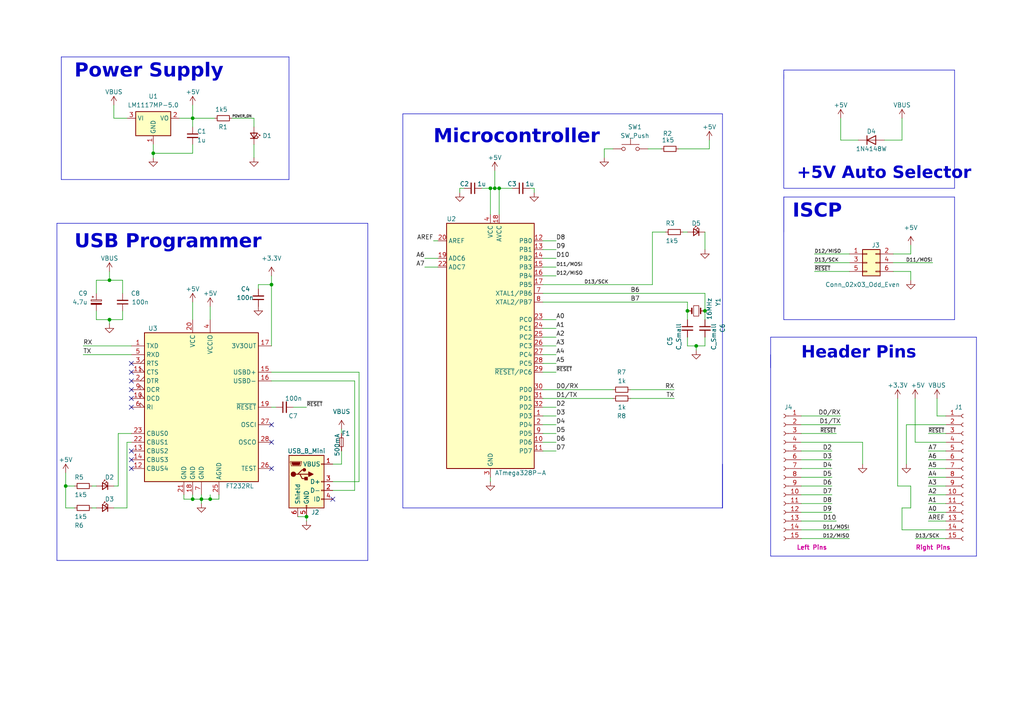
<source format=kicad_sch>
(kicad_sch (version 20230121) (generator eeschema)
  (paper "A4")
  (title_block (title "Arduino Nano") (company "Bandar Abbas") (comment 1 "Implementation of Arduino Nano schematic diagram"))
  (lib_symbols
    (symbol "Connector:Conn_01x15_Socket" (pin_names (offset 1.016) hide)
      (property "Reference" "J" (at 0 20.32 0))
      (property "Value" "Conn_01x15_Socket" (at 0 -20.32 0))
      (symbol "Conn_01x15_Socket_1_1"
        (arc (start 0 -17.272) (mid -0.5058 -17.78) (end 0 -18.288) (stroke (width 0.1524)))
        (arc (start 0 -14.732) (mid -0.5058 -15.24) (end 0 -15.748) (stroke (width 0.1524)))
        (arc (start 0 -12.192) (mid -0.5058 -12.7) (end 0 -13.208) (stroke (width 0.1524)))
        (arc (start 0 -9.652) (mid -0.5058 -10.16) (end 0 -10.668) (stroke (width 0.1524)))
        (arc (start 0 -7.112) (mid -0.5058 -7.62) (end 0 -8.128) (stroke (width 0.1524)))
        (arc (start 0 -4.572) (mid -0.5058 -5.08) (end 0 -5.588) (stroke (width 0.1524)))
        (arc (start 0 -2.032) (mid -0.5058 -2.54) (end 0 -3.048) (stroke (width 0.1524)))
        (polyline (pts (xy -1.27 -17.78) (xy -0.508 -17.78)) (stroke (width 0.1524)))
        (polyline (pts (xy -1.27 -15.24) (xy -0.508 -15.24)) (stroke (width 0.1524)))
        (polyline (pts (xy -1.27 -12.7) (xy -0.508 -12.7)) (stroke (width 0.1524)))
        (polyline (pts (xy -1.27 -10.16) (xy -0.508 -10.16)) (stroke (width 0.1524)))
        (polyline (pts (xy -1.27 -7.62) (xy -0.508 -7.62)) (stroke (width 0.1524)))
        (polyline (pts (xy -1.27 -5.08) (xy -0.508 -5.08)) (stroke (width 0.1524)))
        (polyline (pts (xy -1.27 -2.54) (xy -0.508 -2.54)) (stroke (width 0.1524)))
        (polyline (pts (xy -1.27 0) (xy -0.508 0)) (stroke (width 0.1524)))
        (polyline (pts (xy -1.27 2.54) (xy -0.508 2.54)) (stroke (width 0.1524)))
        (polyline (pts (xy -1.27 5.08) (xy -0.508 5.08)) (stroke (width 0.1524)))
        (polyline (pts (xy -1.27 7.62) (xy -0.508 7.62)) (stroke (width 0.1524)))
        (polyline (pts (xy -1.27 10.16) (xy -0.508 10.16)) (stroke (width 0.1524)))
        (polyline (pts (xy -1.27 12.7) (xy -0.508 12.7)) (stroke (width 0.1524)))
        (polyline (pts (xy -1.27 15.24) (xy -0.508 15.24)) (stroke (width 0.1524)))
        (polyline (pts (xy -1.27 17.78) (xy -0.508 17.78)) (stroke (width 0.1524)))
        (arc (start 0 0.508) (mid -0.5058 0) (end 0 -0.508) (stroke (width 0.1524)))
        (arc (start 0 3.048) (mid -0.5058 2.54) (end 0 2.032) (stroke (width 0.1524)))
        (arc (start 0 5.588) (mid -0.5058 5.08) (end 0 4.572) (stroke (width 0.1524)))
        (arc (start 0 8.128) (mid -0.5058 7.62) (end 0 7.112) (stroke (width 0.1524)))
        (arc (start 0 10.668) (mid -0.5058 10.16) (end 0 9.652) (stroke (width 0.1524)))
        (arc (start 0 13.208) (mid -0.5058 12.7) (end 0 12.192) (stroke (width 0.1524)))
        (arc (start 0 15.748) (mid -0.5058 15.24) (end 0 14.732) (stroke (width 0.1524)))
        (arc (start 0 18.288) (mid -0.5058 17.78) (end 0 17.272) (stroke (width 0.1524)))
        (pin passive line (at -5.08 17.78 0) (length 3.81) (name "Pin_1") (number "1"))
        (pin passive line (at -5.08 -5.08 0) (length 3.81) (name "Pin_10") (number "10"))
        (pin passive line (at -5.08 -7.62 0) (length 3.81) (name "Pin_11") (number "11"))
        (pin passive line (at -5.08 -10.16 0) (length 3.81) (name "Pin_12") (number "12"))
        (pin passive line (at -5.08 -12.7 0) (length 3.81) (name "Pin_13") (number "13"))
        (pin passive line (at -5.08 -15.24 0) (length 3.81) (name "Pin_14") (number "14"))
        (pin passive line (at -5.08 -17.78 0) (length 3.81) (name "Pin_15") (number "15"))
        (pin passive line (at -5.08 15.24 0) (length 3.81) (name "Pin_2") (number "2"))
        (pin passive line (at -5.08 12.7 0) (length 3.81) (name "Pin_3") (number "3"))
        (pin passive line (at -5.08 10.16 0) (length 3.81) (name "Pin_4") (number "4"))
        (pin passive line (at -5.08 7.62 0) (length 3.81) (name "Pin_5") (number "5"))
        (pin passive line (at -5.08 5.08 0) (length 3.81) (name "Pin_6") (number "6"))
        (pin passive line (at -5.08 2.54 0) (length 3.81) (name "Pin_7") (number "7"))
        (pin passive line (at -5.08 0 0) (length 3.81) (name "Pin_8") (number "8"))
        (pin passive line (at -5.08 -2.54 0) (length 3.81) (name "Pin_9") (number "9"))
      )
    )
    (symbol "Connector:USB_B_Mini" (pin_names (offset 1.016))
      (property "Reference" "J" (at -5.08 11.43 0))
      (property "Value" "USB_B_Mini" (at -5.08 8.89 0))
      (symbol "USB_B_Mini_0_1"
        (rectangle (start -5.08 -7.62) (end 5.08 7.62) (stroke (width 0.254)) (fill (type background)))
        (circle (center -3.81 2.159) (radius 0.635) (stroke (width 0.254)) (fill (type outline)))
        (circle (center -0.635 3.429) (radius 0.381) (stroke (width 0.254)) (fill (type outline)))
        (rectangle (start -0.127 -7.62) (end 0.127 -6.858))
        (polyline (pts (xy -1.905 2.159) (xy 0.635 2.159)) (stroke (width 0.254)))
        (polyline (pts (xy -3.175 2.159) (xy -2.54 2.159) (xy -1.27 3.429) (xy -0.635 3.429)) (stroke (width 0.254)))
        (polyline (pts (xy -2.54 2.159) (xy -1.905 2.159) (xy -1.27 0.889) (xy 0 0.889)) (stroke (width 0.254)))
        (polyline (pts (xy 0.635 2.794) (xy 0.635 1.524) (xy 1.905 2.159) (xy 0.635 2.794)) (stroke (width 0.254)) (fill (type outline)))
        (polyline (pts (xy -4.318 5.588) (xy -1.778 5.588) (xy -2.032 4.826) (xy -4.064 4.826) (xy -4.318 5.588)) (fill (type outline)))
        (polyline (pts (xy -4.699 5.842) (xy -4.699 5.588) (xy -4.445 4.826) (xy -4.445 4.572) (xy -1.651 4.572) (xy -1.651 4.826) (xy -1.397 5.588) (xy -1.397 5.842) (xy -4.699 5.842)))
        (rectangle (start 0.254 1.27) (end -0.508 0.508) (stroke (width 0.254)) (fill (type outline)))
        (rectangle (start 5.08 -5.207) (end 4.318 -4.953))
        (rectangle (start 5.08 -2.667) (end 4.318 -2.413))
        (rectangle (start 5.08 -0.127) (end 4.318 0.127))
        (rectangle (start 5.08 4.953) (end 4.318 5.207))
      )
      (symbol "USB_B_Mini_1_1"
        (pin power_out line (at 7.62 5.08 180) (length 2.54) (name "VBUS") (number "1"))
        (pin bidirectional line (at 7.62 -2.54 180) (length 2.54) (name "D-") (number "2"))
        (pin bidirectional line (at 7.62 0 180) (length 2.54) (name "D+") (number "3"))
        (pin passive line (at 7.62 -5.08 180) (length 2.54) (name "ID") (number "4"))
        (pin power_out line (at 0 -10.16 90) (length 2.54) (name "GND") (number "5"))
        (pin passive line (at -2.54 -10.16 90) (length 2.54) (name "Shield") (number "6"))
      )
    )
    (symbol "Connector_Generic:Conn_02x03_Odd_Even" (pin_names (offset 1.016) hide)
      (property "Reference" "J" (at 1.27 5.08 0))
      (property "Value" "Conn_02x03_Odd_Even" (at 1.27 -5.08 0))
      (symbol "Conn_02x03_Odd_Even_1_1"
        (rectangle (start -1.27 -2.413) (end 0 -2.667) (stroke (width 0.1524)))
        (rectangle (start -1.27 0.127) (end 0 -0.127) (stroke (width 0.1524)))
        (rectangle (start -1.27 2.667) (end 0 2.413) (stroke (width 0.1524)))
        (rectangle (start -1.27 3.81) (end 3.81 -3.81) (stroke (width 0.254)) (fill (type background)))
        (rectangle (start 3.81 -2.413) (end 2.54 -2.667) (stroke (width 0.1524)))
        (rectangle (start 3.81 0.127) (end 2.54 -0.127) (stroke (width 0.1524)))
        (rectangle (start 3.81 2.667) (end 2.54 2.413) (stroke (width 0.1524)))
        (pin passive line (at -5.08 2.54 0) (length 3.81) (name "Pin_1") (number "1"))
        (pin passive line (at 7.62 2.54 180) (length 3.81) (name "Pin_2") (number "2"))
        (pin passive line (at -5.08 0 0) (length 3.81) (name "Pin_3") (number "3"))
        (pin passive line (at 7.62 0 180) (length 3.81) (name "Pin_4") (number "4"))
        (pin passive line (at -5.08 -2.54 0) (length 3.81) (name "Pin_5") (number "5"))
        (pin passive line (at 7.62 -2.54 180) (length 3.81) (name "Pin_6") (number "6"))
      )
    )
    (symbol "Device:C_Polarized_Small" (pin_numbers hide) (pin_names (offset 0.254) hide)
      (property "Reference" "C" (at 0.254 1.778 0))
      (property "Value" "C_Polarized_Small" (at 0.254 -2.032 0))
      (symbol "C_Polarized_Small_0_1"
        (rectangle (start -1.524 -0.3048) (end 1.524 -0.6858) (fill (type outline)))
        (rectangle (start -1.524 0.6858) (end 1.524 0.3048))
        (polyline (pts (xy -1.27 1.524) (xy -0.762 1.524)))
        (polyline (pts (xy -1.016 1.27) (xy -1.016 1.778)))
      )
      (symbol "C_Polarized_Small_1_1"
        (pin passive line (at 0 2.54 270) (length 1.8542) (name "~") (number "1"))
        (pin passive line (at 0 -2.54 90) (length 1.8542) (name "~") (number "2"))
      )
    )
    (symbol "Device:C_Small" (pin_numbers hide) (pin_names (offset 0.254) hide)
      (property "Reference" "C" (at 0.254 1.778 0))
      (property "Value" "C_Small" (at 0.254 -2.032 0))
      (symbol "C_Small_0_1"
        (polyline (pts (xy -1.524 -0.508) (xy 1.524 -0.508)) (stroke (width 0.3302)))
        (polyline (pts (xy -1.524 0.508) (xy 1.524 0.508)) (stroke (width 0.3048)))
      )
      (symbol "C_Small_1_1"
        (pin passive line (at 0 2.54 270) (length 2.032) (name "~") (number "1"))
        (pin passive line (at 0 -2.54 90) (length 2.032) (name "~") (number "2"))
      )
    )
    (symbol "Device:Crystal_Small" (pin_numbers hide) (pin_names (offset 1.016) hide)
      (property "Reference" "Y" (at 0 2.54 0))
      (property "Value" "Crystal_Small" (at 0 -2.54 0))
      (symbol "Crystal_Small_0_1"
        (rectangle (start -0.762 -1.524) (end 0.762 1.524))
        (polyline (pts (xy -1.27 -0.762) (xy -1.27 0.762)) (stroke (width 0.381)))
        (polyline (pts (xy 1.27 -0.762) (xy 1.27 0.762)) (stroke (width 0.381)))
      )
      (symbol "Crystal_Small_1_1"
        (pin passive line (at -2.54 0 0) (length 1.27) (name "1") (number "1"))
        (pin passive line (at 2.54 0 180) (length 1.27) (name "2") (number "2"))
      )
    )
    (symbol "Device:Fuse_Small" (pin_numbers hide) (pin_names (offset 0.254) hide)
      (property "Reference" "F" (at 0 -1.524 0))
      (property "Value" "Fuse_Small" (at 0 1.524 0))
      (symbol "Fuse_Small_0_1"
        (rectangle (start -1.27 0.508) (end 1.27 -0.508))
        (polyline (pts (xy -1.27 0) (xy 1.27 0)))
      )
      (symbol "Fuse_Small_1_1"
        (pin passive line (at -2.54 0 0) (length 1.27) (name "~") (number "1"))
        (pin passive line (at 2.54 0 180) (length 1.27) (name "~") (number "2"))
      )
    )
    (symbol "Device:LED_Small" (pin_numbers hide) (pin_names (offset 0.254) hide)
      (property "Reference" "D" (at -1.27 3.175 0))
      (property "Value" "LED_Small" (at -4.445 -2.54 0))
      (symbol "LED_Small_0_1"
        (polyline (pts (xy -0.762 -1.016) (xy -0.762 1.016)) (stroke (width 0.254)))
        (polyline (pts (xy 1.016 0) (xy -0.762 0)))
        (polyline (pts (xy 0.762 -1.016) (xy -0.762 0) (xy 0.762 1.016) (xy 0.762 -1.016)) (stroke (width 0.254)))
        (polyline (pts (xy 0 0.762) (xy -0.508 1.27) (xy -0.254 1.27) (xy -0.508 1.27) (xy -0.508 1.016)))
        (polyline (pts (xy 0.508 1.27) (xy 0 1.778) (xy 0.254 1.778) (xy 0 1.778) (xy 0 1.524)))
      )
      (symbol "LED_Small_1_1"
        (pin passive line (at -2.54 0 0) (length 1.778) (name "K") (number "1"))
        (pin passive line (at 2.54 0 180) (length 1.778) (name "A") (number "2"))
      )
    )
    (symbol "Device:R_Small" (pin_numbers hide) (pin_names (offset 0.254) hide)
      (property "Reference" "R" (at 0.762 0.508 0))
      (property "Value" "R_Small" (at 0.762 -1.016 0))
      (symbol "R_Small_0_1"
        (rectangle (start -0.762 1.778) (end 0.762 -1.778) (stroke (width 0.2032)))
      )
      (symbol "R_Small_1_1"
        (pin passive line (at 0 2.54 270) (length 0.762) (name "~") (number "1"))
        (pin passive line (at 0 -2.54 90) (length 0.762) (name "~") (number "2"))
      )
    )
    (symbol "Diode:1N4148W" (pin_numbers hide) (pin_names hide)
      (property "Reference" "D" (at 0 2.54 0))
      (property "Value" "1N4148W" (at 0 -2.54 0))
      (symbol "1N4148W_0_1"
        (polyline (pts (xy -1.27 1.27) (xy -1.27 -1.27)) (stroke (width 0.254)))
        (polyline (pts (xy 1.27 0) (xy -1.27 0)))
        (polyline (pts (xy 1.27 1.27) (xy 1.27 -1.27) (xy -1.27 0) (xy 1.27 1.27)) (stroke (width 0.254)))
      )
      (symbol "1N4148W_1_1"
        (pin passive line (at -3.81 0 0) (length 2.54) (name "K") (number "1"))
        (pin passive line (at 3.81 0 180) (length 2.54) (name "A") (number "2"))
      )
    )
    (symbol "Interface_USB:FT232RL"
      (property "Reference" "U" (at -16.51 22.86 0))
      (property "Value" "FT232RL" (at 10.16 22.86 0))
      (symbol "FT232RL_0_1"
        (rectangle (start -16.51 21.59) (end 16.51 -21.59) (stroke (width 0.254)) (fill (type background)))
      )
      (symbol "FT232RL_1_1"
        (pin output line (at 20.32 17.78 180) (length 3.81) (name "TXD") (number "1"))
        (pin input input_low (at 20.32 2.54 180) (length 3.81) (name "DCD") (number "10"))
        (pin input input_low (at 20.32 10.16 180) (length 3.81) (name "CTS") (number "11"))
        (pin bidirectional line (at 20.32 -17.78 180) (length 3.81) (name "CBUS4") (number "12"))
        (pin bidirectional line (at 20.32 -12.7 180) (length 3.81) (name "CBUS2") (number "13"))
        (pin bidirectional line (at 20.32 -15.24 180) (length 3.81) (name "CBUS3") (number "14"))
        (pin bidirectional line (at -20.32 10.16 0) (length 3.81) (name "USBD+") (number "15"))
        (pin bidirectional line (at -20.32 7.62 0) (length 3.81) (name "USBD-") (number "16"))
        (pin power_out line (at -20.32 17.78 0) (length 3.81) (name "3V3OUT") (number "17"))
        (pin power_in line (at 2.54 -25.4 90) (length 3.81) (name "GND") (number "18"))
        (pin input line (at -20.32 0 0) (length 3.81) (name "~{RESET}") (number "19"))
        (pin output output_low (at 20.32 7.62 180) (length 3.81) (name "DTR") (number "2"))
        (pin power_in line (at 2.54 25.4 270) (length 3.81) (name "VCC") (number "20"))
        (pin power_in line (at 5.08 -25.4 90) (length 3.81) (name "GND") (number "21"))
        (pin bidirectional line (at 20.32 -10.16 180) (length 3.81) (name "CBUS1") (number "22"))
        (pin bidirectional line (at 20.32 -7.62 180) (length 3.81) (name "CBUS0") (number "23"))
        (pin power_in line (at -5.08 -25.4 90) (length 3.81) (name "AGND") (number "25"))
        (pin input line (at -20.32 -17.78 0) (length 3.81) (name "TEST") (number "26"))
        (pin input line (at -20.32 -5.08 0) (length 3.81) (name "OSCI") (number "27"))
        (pin output line (at -20.32 -10.16 0) (length 3.81) (name "OSCO") (number "28"))
        (pin output output_low (at 20.32 12.7 180) (length 3.81) (name "RTS") (number "3"))
        (pin power_in line (at -2.54 25.4 270) (length 3.81) (name "VCCIO") (number "4"))
        (pin input line (at 20.32 15.24 180) (length 3.81) (name "RXD") (number "5"))
        (pin input input_low (at 20.32 0 180) (length 3.81) (name "RI") (number "6"))
        (pin power_in line (at 0 -25.4 90) (length 3.81) (name "GND") (number "7"))
        (pin input input_low (at 20.32 5.08 180) (length 3.81) (name "DCR") (number "9"))
      )
    )
    (symbol "MCU_Microchip_ATmega:ATmega328P-A"
      (property "Reference" "U" (at -12.7 36.83 0))
      (property "Value" "ATmega328P-A" (at 2.54 -36.83 0))
      (symbol "ATmega328P-A_0_1"
        (rectangle (start -12.7 -35.56) (end 12.7 35.56) (stroke (width 0.254)) (fill (type background)))
      )
      (symbol "ATmega328P-A_1_1"
        (pin bidirectional line (at 15.24 -20.32 180) (length 2.54) (name "PD3") (number "1"))
        (pin bidirectional line (at 15.24 -27.94 180) (length 2.54) (name "PD6") (number "10"))
        (pin bidirectional line (at 15.24 -30.48 180) (length 2.54) (name "PD7") (number "11"))
        (pin bidirectional line (at 15.24 30.48 180) (length 2.54) (name "PB0") (number "12"))
        (pin bidirectional line (at 15.24 27.94 180) (length 2.54) (name "PB1") (number "13"))
        (pin bidirectional line (at 15.24 25.4 180) (length 2.54) (name "PB2") (number "14"))
        (pin bidirectional line (at 15.24 22.86 180) (length 2.54) (name "PB3") (number "15"))
        (pin bidirectional line (at 15.24 20.32 180) (length 2.54) (name "PB4") (number "16"))
        (pin bidirectional line (at 15.24 17.78 180) (length 2.54) (name "PB5") (number "17"))
        (pin power_in line (at 2.54 38.1 270) (length 2.54) (name "AVCC") (number "18"))
        (pin input line (at -15.24 25.4 0) (length 2.54) (name "ADC6") (number "19"))
        (pin bidirectional line (at 15.24 -22.86 180) (length 2.54) (name "PD4") (number "2"))
        (pin passive line (at -15.24 30.48 0) (length 2.54) (name "AREF") (number "20"))
        (pin passive line (at 0 -38.1 90) (length 2.54) hide (name "GND") (number "21"))
        (pin input line (at -15.24 22.86 0) (length 2.54) (name "ADC7") (number "22"))
        (pin bidirectional line (at 15.24 7.62 180) (length 2.54) (name "PC0") (number "23"))
        (pin bidirectional line (at 15.24 5.08 180) (length 2.54) (name "PC1") (number "24"))
        (pin bidirectional line (at 15.24 2.54 180) (length 2.54) (name "PC2") (number "25"))
        (pin bidirectional line (at 15.24 0 180) (length 2.54) (name "PC3") (number "26"))
        (pin bidirectional line (at 15.24 -2.54 180) (length 2.54) (name "PC4") (number "27"))
        (pin bidirectional line (at 15.24 -5.08 180) (length 2.54) (name "PC5") (number "28"))
        (pin bidirectional line (at 15.24 -7.62 180) (length 2.54) (name "~{RESET}/PC6") (number "29"))
        (pin power_in line (at 0 -38.1 90) (length 2.54) (name "GND") (number "3"))
        (pin bidirectional line (at 15.24 -12.7 180) (length 2.54) (name "PD0") (number "30"))
        (pin bidirectional line (at 15.24 -15.24 180) (length 2.54) (name "PD1") (number "31"))
        (pin bidirectional line (at 15.24 -17.78 180) (length 2.54) (name "PD2") (number "32"))
        (pin power_in line (at 0 38.1 270) (length 2.54) (name "VCC") (number "4"))
        (pin passive line (at 0 -38.1 90) (length 2.54) hide (name "GND") (number "5"))
        (pin passive line (at 0 38.1 270) (length 2.54) hide (name "VCC") (number "6"))
        (pin bidirectional line (at 15.24 15.24 180) (length 2.54) (name "XTAL1/PB6") (number "7"))
        (pin bidirectional line (at 15.24 12.7 180) (length 2.54) (name "XTAL2/PB7") (number "8"))
        (pin bidirectional line (at 15.24 -25.4 180) (length 2.54) (name "PD5") (number "9"))
      )
    )
    (symbol "Regulator_Linear:LM1117MP-5.0"
      (property "Reference" "U" (at -3.81 3.175 0))
      (property "Value" "LM1117MP-5.0" (at 0 3.175 0))
      (symbol "LM1117MP-5.0_0_1"
        (rectangle (start -5.08 -5.08) (end 5.08 1.905) (stroke (width 0.254)) (fill (type background)))
      )
      (symbol "LM1117MP-5.0_1_1"
        (pin power_in line (at 0 -7.62 90) (length 2.54) (name "GND") (number "1"))
        (pin power_out line (at 7.62 0 180) (length 2.54) (name "VO") (number "2"))
        (pin power_in line (at -7.62 0 0) (length 2.54) (name "VI") (number "3"))
      )
    )
    (symbol "Switch:SW_Push" (pin_numbers hide) (pin_names (offset 1.016) hide)
      (property "Reference" "SW" (at 1.27 2.54 0))
      (property "Value" "SW_Push" (at 0 -1.524 0))
      (symbol "SW_Push_0_1"
        (circle (center -2.032 0) (radius 0.508))
        (polyline (pts (xy 0 1.27) (xy 0 3.048)))
        (polyline (pts (xy 2.54 1.27) (xy -2.54 1.27)))
        (circle (center 2.032 0) (radius 0.508))
        (pin passive line (at -5.08 0 0) (length 2.54) (name "1") (number "1"))
        (pin passive line (at 5.08 0 180) (length 2.54) (name "2") (number "2"))
      )
    )
    (symbol "power:+3.3V" (power) (pin_names (offset 0))
      (property "Value" "+3.3V" (at 0 3.556 0))
      (symbol "+3.3V_0_1"
        (polyline (pts (xy -0.762 1.27) (xy 0 2.54)))
        (polyline (pts (xy 0 0) (xy 0 2.54)))
        (polyline (pts (xy 0 2.54) (xy 0.762 1.27)))
      )
      (symbol "+3.3V_1_1"
        (pin power_in line (at 0 0 90) (length 0) hide (name "+3.3V") (number "1"))
      )
    )
    (symbol "power:+5V" (power) (pin_names (offset 0))
      (property "Value" "+5V" (at 0 3.556 0))
      (symbol "+5V_0_1"
        (polyline (pts (xy -0.762 1.27) (xy 0 2.54)))
        (polyline (pts (xy 0 0) (xy 0 2.54)))
        (polyline (pts (xy 0 2.54) (xy 0.762 1.27)))
      )
      (symbol "+5V_1_1"
        (pin power_in line (at 0 0 90) (length 0) hide (name "+5V") (number "1"))
      )
    )
    (symbol "power:GND" (power) (pin_names (offset 0))
      (property "Value" "GND" (at 0 -3.81 0))
      (symbol "GND_0_1"
        (polyline (pts (xy 0 0) (xy 0 -1.27) (xy 1.27 -1.27) (xy 0 -2.54) (xy -1.27 -1.27) (xy 0 -1.27)))
      )
      (symbol "GND_1_1"
        (pin power_in line (at 0 0 270) (length 0) hide (name "GND") (number "1"))
      )
    )
    (symbol "power:VBUS" (power) (pin_names (offset 0))
      (property "Value" "VBUS" (at 0 3.81 0))
      (symbol "VBUS_0_1"
        (polyline (pts (xy -0.762 1.27) (xy 0 2.54)))
        (polyline (pts (xy 0 0) (xy 0 2.54)))
        (polyline (pts (xy 0 2.54) (xy 0.762 1.27)))
      )
      (symbol "VBUS_1_1"
        (pin power_in line (at 0 0 90) (length 0) hide (name "VBUS") (number "1"))
      )
    )
  )
  (junction (at 58.42 144.78))
  (junction (at 31.75 92.71))
  (junction (at 142.24 54.61))
  (junction (at 19.05 140.97))
  (junction (at 199.39 90.17))
  (junction (at 88.9 149.86))
  (junction (at 204.47 90.17))
  (junction (at 78.74 82.55))
  (junction (at 201.93 100.33))
  (junction (at 55.88 144.78))
  (junction (at 143.51 54.61))
  (junction (at 44.45 44.45))
  (junction (at 31.75 81.28))
  (junction (at 144.78 54.61))
  (junction (at 55.88 34.29))
  (junction (at 60.96 144.78))
  (no_connect (at 38.1 118.11))
  (no_connect (at 38.1 107.95))
  (no_connect (at 38.1 130.81))
  (no_connect (at 96.52 144.78))
  (no_connect (at 78.74 135.89))
  (no_connect (at 38.1 133.35))
  (no_connect (at 38.1 113.03))
  (no_connect (at 38.1 110.49))
  (no_connect (at 78.74 123.19))
  (no_connect (at 38.1 135.89))
  (no_connect (at 78.74 128.27))
  (no_connect (at 38.1 105.41))
  (no_connect (at 38.1 115.57))
  (wire (pts (xy 44.45 44.45) (xy 44.45 45.72)))
  (wire (pts (xy 154.94 55.88) (xy 154.94 54.61)))
  (wire (pts (xy 31.75 78.74) (xy 31.75 81.28)))
  (wire (pts (xy 264.16 140.97) (xy 260.35 140.97)))
  (polyline (pts (xy 223.52 97.79) (xy 223.52 106.68)))
  (wire (pts (xy 27.94 140.97) (xy 26.67 140.97)))
  (wire (pts (xy 27.94 81.28) (xy 31.75 81.28)))
  (wire (pts (xy 27.94 81.28) (xy 27.94 85.09)))
  (wire (pts (xy 78.74 82.55) (xy 78.74 100.33)))
  (polyline (pts (xy 223.52 97.79) (xy 283.21 97.79)))
  (wire (pts (xy 189.23 67.31) (xy 189.23 82.55)))
  (polyline (pts (xy 17.78 16.51) (xy 83.82 16.51)))
  (wire (pts (xy 241.3 138.43) (xy 232.41 138.43)))
  (wire (pts (xy 157.48 128.27) (xy 161.29 128.27)))
  (wire (pts (xy 204.47 92.71) (xy 204.47 90.17)))
  (wire (pts (xy 243.84 123.19) (xy 232.41 123.19)))
  (wire (pts (xy 269.24 138.43) (xy 274.32 138.43)))
  (wire (pts (xy 269.24 133.35) (xy 274.32 133.35)))
  (wire (pts (xy 157.48 118.11) (xy 161.29 118.11)))
  (wire (pts (xy 104.14 107.95) (xy 78.74 107.95)))
  (wire (pts (xy 55.88 143.51) (xy 55.88 144.78)))
  (wire (pts (xy 123.19 77.47) (xy 127 77.47)))
  (wire (pts (xy 269.24 146.05) (xy 274.32 146.05)))
  (wire (pts (xy 53.34 144.78) (xy 55.88 144.78)))
  (wire (pts (xy 264.16 78.74) (xy 259.08 78.74)))
  (wire (pts (xy 99.06 124.46) (xy 99.06 125.73)))
  (wire (pts (xy 88.9 118.11) (xy 85.09 118.11)))
  (wire (pts (xy 264.16 147.32) (xy 264.16 140.97)))
  (wire (pts (xy 154.94 54.61) (xy 153.67 54.61)))
  (wire (pts (xy 271.78 115.57) (xy 271.78 120.65)))
  (wire (pts (xy 157.48 92.71) (xy 161.29 92.71)))
  (polyline (pts (xy 227.33 57.15) (xy 227.33 67.31)))
  (wire (pts (xy 157.48 82.55) (xy 189.23 82.55)))
  (wire (pts (xy 204.47 100.33) (xy 204.47 97.79)))
  (polyline (pts (xy 116.84 147.32) (xy 209.55 147.32)))
  (wire (pts (xy 58.42 146.05) (xy 58.42 144.78)))
  (wire (pts (xy 157.48 100.33) (xy 161.29 100.33)))
  (wire (pts (xy 241.3 143.51) (xy 232.41 143.51)))
  (wire (pts (xy 144.78 54.61) (xy 144.78 62.23)))
  (wire (pts (xy 264.16 81.28) (xy 264.16 78.74)))
  (wire (pts (xy 246.38 156.21) (xy 232.41 156.21)))
  (wire (pts (xy 269.24 125.73) (xy 274.32 125.73)))
  (wire (pts (xy 157.48 77.47) (xy 161.29 77.47)))
  (wire (pts (xy 157.48 102.87) (xy 161.29 102.87)))
  (wire (pts (xy 27.94 92.71) (xy 31.75 92.71)))
  (wire (pts (xy 157.48 107.95) (xy 161.29 107.95)))
  (wire (pts (xy 157.48 113.03) (xy 177.8 113.03)))
  (wire (pts (xy 157.48 125.73) (xy 161.29 125.73)))
  (wire (pts (xy 35.56 81.28) (xy 31.75 81.28)))
  (wire (pts (xy 157.48 120.65) (xy 161.29 120.65)))
  (wire (pts (xy 74.93 82.55) (xy 78.74 82.55)))
  (wire (pts (xy 243.84 40.64) (xy 243.84 34.29)))
  (wire (pts (xy 142.24 54.61) (xy 143.51 54.61)))
  (wire (pts (xy 204.47 72.39) (xy 204.47 67.31)))
  (wire (pts (xy 274.32 123.19) (xy 262.89 123.19)))
  (wire (pts (xy 201.93 100.33) (xy 199.39 100.33)))
  (wire (pts (xy 261.62 40.64) (xy 261.62 34.29)))
  (wire (pts (xy 175.26 45.72) (xy 175.26 43.18)))
  (wire (pts (xy 157.48 95.25) (xy 161.29 95.25)))
  (wire (pts (xy 271.78 120.65) (xy 274.32 120.65)))
  (wire (pts (xy 269.24 143.51) (xy 274.32 143.51)))
  (wire (pts (xy 199.39 87.63) (xy 199.39 90.17)))
  (wire (pts (xy 157.48 80.01) (xy 161.29 80.01)))
  (wire (pts (xy 261.62 147.32) (xy 261.62 153.67)))
  (wire (pts (xy 102.87 110.49) (xy 102.87 142.24)))
  (polyline (pts (xy 16.51 64.77) (xy 16.51 162.56)))
  (wire (pts (xy 262.89 123.19) (xy 262.89 134.62)))
  (wire (pts (xy 189.23 67.31) (xy 193.04 67.31)))
  (wire (pts (xy 74.93 83.82) (xy 74.93 82.55)))
  (wire (pts (xy 21.59 147.32) (xy 19.05 147.32)))
  (wire (pts (xy 60.96 143.51) (xy 60.96 144.78)))
  (wire (pts (xy 175.26 43.18) (xy 177.8 43.18)))
  (wire (pts (xy 24.13 100.33) (xy 38.1 100.33)))
  (polyline (pts (xy 283.21 161.29) (xy 283.21 97.79)))
  (wire (pts (xy 264.16 73.66) (xy 259.08 73.66)))
  (polyline (pts (xy 209.55 33.02) (xy 116.84 33.02)))
  (wire (pts (xy 35.56 85.09) (xy 35.56 81.28)))
  (wire (pts (xy 195.58 113.03) (xy 182.88 113.03)))
  (wire (pts (xy 265.43 115.57) (xy 265.43 128.27)))
  (wire (pts (xy 99.06 134.62) (xy 96.52 134.62)))
  (polyline (pts (xy 276.86 92.71) (xy 276.86 57.15)))
  (wire (pts (xy 187.96 43.18) (xy 191.77 43.18)))
  (wire (pts (xy 246.38 153.67) (xy 232.41 153.67)))
  (polyline (pts (xy 227.33 21.59) (xy 227.33 54.61)))
  (wire (pts (xy 157.48 74.93) (xy 161.29 74.93)))
  (wire (pts (xy 36.83 128.27) (xy 38.1 128.27)))
  (polyline (pts (xy 227.33 20.32) (xy 276.86 20.32)))
  (wire (pts (xy 35.56 90.17) (xy 35.56 92.71)))
  (polyline (pts (xy 209.55 147.32) (xy 209.55 33.02)))
  (wire (pts (xy 157.48 130.81) (xy 161.29 130.81)))
  (polyline (pts (xy 227.33 92.71) (xy 276.86 92.71)))
  (wire (pts (xy 38.1 125.73) (xy 34.29 125.73)))
  (wire (pts (xy 242.57 151.13) (xy 232.41 151.13)))
  (wire (pts (xy 139.7 54.61) (xy 142.24 54.61)))
  (polyline (pts (xy 227.33 57.15) (xy 276.86 57.15)))
  (wire (pts (xy 236.22 73.66) (xy 246.38 73.66)))
  (wire (pts (xy 259.08 76.2) (xy 270.51 76.2)))
  (wire (pts (xy 88.9 149.86) (xy 88.9 151.13)))
  (wire (pts (xy 55.88 144.78) (xy 58.42 144.78)))
  (wire (pts (xy 236.22 78.74) (xy 246.38 78.74)))
  (wire (pts (xy 260.35 140.97) (xy 260.35 115.57)))
  (wire (pts (xy 104.14 139.7) (xy 104.14 107.95)))
  (polyline (pts (xy 209.55 147.32) (xy 209.55 134.62)))
  (wire (pts (xy 52.07 34.29) (xy 55.88 34.29)))
  (wire (pts (xy 62.23 34.29) (xy 55.88 34.29)))
  (wire (pts (xy 142.24 139.7) (xy 142.24 138.43)))
  (wire (pts (xy 195.58 115.57) (xy 182.88 115.57)))
  (wire (pts (xy 44.45 44.45) (xy 55.88 44.45)))
  (wire (pts (xy 242.57 125.73) (xy 232.41 125.73)))
  (wire (pts (xy 269.24 148.59) (xy 274.32 148.59)))
  (polyline (pts (xy 17.78 52.07) (xy 17.78 16.51)))
  (wire (pts (xy 19.05 137.16) (xy 19.05 140.97)))
  (wire (pts (xy 157.48 123.19) (xy 161.29 123.19)))
  (wire (pts (xy 21.59 140.97) (xy 19.05 140.97)))
  (wire (pts (xy 44.45 41.91) (xy 44.45 44.45)))
  (wire (pts (xy 241.3 146.05) (xy 232.41 146.05)))
  (wire (pts (xy 265.43 128.27) (xy 274.32 128.27)))
  (wire (pts (xy 55.88 34.29) (xy 55.88 36.83)))
  (wire (pts (xy 205.74 40.64) (xy 205.74 43.18)))
  (polyline (pts (xy 16.51 162.56) (xy 106.68 162.56)))
  (wire (pts (xy 248.92 40.64) (xy 243.84 40.64)))
  (wire (pts (xy 78.74 110.49) (xy 102.87 110.49)))
  (wire (pts (xy 261.62 153.67) (xy 274.32 153.67)))
  (polyline (pts (xy 83.82 16.51) (xy 83.82 52.07)))
  (wire (pts (xy 55.88 87.63) (xy 55.88 92.71)))
  (wire (pts (xy 241.3 135.89) (xy 232.41 135.89)))
  (wire (pts (xy 73.66 34.29) (xy 73.66 36.83)))
  (wire (pts (xy 33.02 140.97) (xy 34.29 140.97)))
  (wire (pts (xy 264.16 71.12) (xy 264.16 73.66)))
  (wire (pts (xy 269.24 135.89) (xy 274.32 135.89)))
  (polyline (pts (xy 276.86 20.32) (xy 276.86 54.61)))
  (wire (pts (xy 157.48 87.63) (xy 199.39 87.63)))
  (wire (pts (xy 236.22 76.2) (xy 246.38 76.2)))
  (wire (pts (xy 33.02 147.32) (xy 36.83 147.32)))
  (wire (pts (xy 96.52 139.7) (xy 104.14 139.7)))
  (polyline (pts (xy 276.86 54.61) (xy 227.33 54.61)))
  (wire (pts (xy 144.78 54.61) (xy 148.59 54.61)))
  (wire (pts (xy 204.47 85.09) (xy 204.47 90.17)))
  (wire (pts (xy 256.54 40.64) (xy 261.62 40.64)))
  (wire (pts (xy 241.3 148.59) (xy 232.41 148.59)))
  (wire (pts (xy 33.02 34.29) (xy 36.83 34.29)))
  (wire (pts (xy 250.19 128.27) (xy 250.19 134.62)))
  (wire (pts (xy 157.48 69.85) (xy 161.29 69.85)))
  (wire (pts (xy 261.62 147.32) (xy 264.16 147.32)))
  (polyline (pts (xy 16.51 64.77) (xy 106.68 64.77)))
  (wire (pts (xy 201.93 100.33) (xy 201.93 101.6)))
  (wire (pts (xy 205.74 43.18) (xy 196.85 43.18)))
  (wire (pts (xy 157.48 72.39) (xy 161.29 72.39)))
  (wire (pts (xy 19.05 140.97) (xy 19.05 147.32)))
  (wire (pts (xy 133.35 55.88) (xy 133.35 54.61)))
  (polyline (pts (xy 223.52 102.87) (xy 223.52 161.29)))
  (wire (pts (xy 133.35 54.61) (xy 134.62 54.61)))
  (wire (pts (xy 102.87 142.24) (xy 96.52 142.24)))
  (wire (pts (xy 35.56 92.71) (xy 31.75 92.71)))
  (wire (pts (xy 199.39 100.33) (xy 199.39 97.79)))
  (wire (pts (xy 199.39 92.71) (xy 199.39 90.17)))
  (wire (pts (xy 60.96 144.78) (xy 63.5 144.78)))
  (polyline (pts (xy 223.52 161.29) (xy 283.21 161.29)))
  (wire (pts (xy 58.42 144.78) (xy 60.96 144.78)))
  (wire (pts (xy 157.48 97.79) (xy 161.29 97.79)))
  (polyline (pts (xy 106.68 162.56) (xy 106.68 64.77)))
  (wire (pts (xy 78.74 80.01) (xy 78.74 82.55)))
  (wire (pts (xy 63.5 143.51) (xy 63.5 144.78)))
  (wire (pts (xy 269.24 130.81) (xy 274.32 130.81)))
  (wire (pts (xy 36.83 147.32) (xy 36.83 128.27)))
  (wire (pts (xy 34.29 125.73) (xy 34.29 140.97)))
  (polyline (pts (xy 227.33 22.86) (xy 227.33 20.32)))
  (wire (pts (xy 204.47 100.33) (xy 201.93 100.33)))
  (wire (pts (xy 33.02 30.48) (xy 33.02 34.29)))
  (wire (pts (xy 60.96 88.9) (xy 60.96 92.71)))
  (wire (pts (xy 241.3 130.81) (xy 232.41 130.81)))
  (wire (pts (xy 143.51 49.53) (xy 143.51 54.61)))
  (wire (pts (xy 31.75 93.98) (xy 31.75 92.71)))
  (wire (pts (xy 241.3 133.35) (xy 232.41 133.35)))
  (wire (pts (xy 243.84 120.65) (xy 232.41 120.65)))
  (wire (pts (xy 143.51 54.61) (xy 144.78 54.61)))
  (wire (pts (xy 55.88 34.29) (xy 55.88 30.48)))
  (wire (pts (xy 27.94 147.32) (xy 26.67 147.32)))
  (wire (pts (xy 250.19 128.27) (xy 232.41 128.27)))
  (wire (pts (xy 265.43 156.21) (xy 274.32 156.21)))
  (wire (pts (xy 73.66 41.91) (xy 73.66 45.72)))
  (wire (pts (xy 269.24 140.97) (xy 274.32 140.97)))
  (wire (pts (xy 199.39 67.31) (xy 198.12 67.31)))
  (wire (pts (xy 142.24 54.61) (xy 142.24 62.23)))
  (wire (pts (xy 80.01 118.11) (xy 78.74 118.11)))
  (wire (pts (xy 157.48 115.57) (xy 177.8 115.57)))
  (wire (pts (xy 99.06 130.81) (xy 99.06 134.62)))
  (wire (pts (xy 269.24 151.13) (xy 274.32 151.13)))
  (wire (pts (xy 24.13 102.87) (xy 38.1 102.87)))
  (wire (pts (xy 67.31 34.29) (xy 73.66 34.29)))
  (wire (pts (xy 241.3 140.97) (xy 232.41 140.97)))
  (polyline (pts (xy 116.84 33.02) (xy 116.84 147.32)))
  (wire (pts (xy 55.88 41.91) (xy 55.88 44.45)))
  (wire (pts (xy 58.42 144.78) (xy 58.42 143.51)))
  (wire (pts (xy 123.19 74.93) (xy 127 74.93)))
  (polyline (pts (xy 83.82 52.07) (xy 17.78 52.07)))
  (wire (pts (xy 157.48 105.41) (xy 161.29 105.41)))
  (wire (pts (xy 27.94 92.71) (xy 27.94 90.17)))
  (wire (pts (xy 86.36 149.86) (xy 88.9 149.86)))
  (wire (pts (xy 157.48 85.09) (xy 204.47 85.09)))
  (polyline (pts (xy 227.33 57.15) (xy 227.33 92.71)))
  (wire (pts (xy 125.73 69.85) (xy 127 69.85)))
  (wire (pts (xy 53.34 143.51) (xy 53.34 144.78)))
  (text "ISCP" (at 229.87 64.77 0) (effects (font (size 4 4) (thickness 0.8) bold) (justify left bottom)))
  (text "+5V Auto Selector" (at 231.14 53.34 0) (effects (font (size 3.5 3.5) (thickness 0.8) bold) (justify left bottom)))
  (text "Header Pins " (at 232.41 105.41 0) (effects (font (size 3.5 3.5) (thickness 0.8) bold) (justify left bottom)))
  (text "Power Supply" (at 21.59 24.13 0) (effects (font (size 4 4) (thickness 0.8) bold) (justify left bottom)))
  (text "USB Programmer" (at 21.59 73.66 0) (effects (font (size 4 4) (thickness 0.8) bold) (justify left bottom)))
  (text "Microcontroller" (at 125.73 43.18 0) (effects (font (size 4 4) (thickness 0.8) bold) (justify left bottom)))
  (label "D12{slash}MISO" (at 246.38 156.21 180) (effects (font (size 1 1))))
  (label "B7" (at 182.88 87.63 0))
  (label "A0" (at 161.29 92.71 0))
  (label "D1{slash}TX" (at 161.29 115.57 0))
  (label "D10" (at 242.57 151.13 180))
  (label "~{RESET}" (at 242.57 125.73 180) (effects (font (size 1 1))))
  (label "A6" (at 269.24 133.35 0))
  (label "D5" (at 161.29 125.73 0))
  (label "D2" (at 161.29 118.11 0))
  (label "B6" (at 182.88 85.09 0))
  (label "D5" (at 241.3 138.43 180))
  (label "A7" (at 123.19 77.47 180))
  (label "D4" (at 241.3 135.89 180))
  (label "D7" (at 241.3 143.51 180))
  (label "A1" (at 269.24 146.05 0))
  (label "RX" (at 24.13 100.33 0))
  (label "AREF" (at 125.73 69.85 180))
  (label "D0{slash}RX" (at 161.29 113.03 0))
  (label "~{RESET}" (at 236.22 78.74 0) (effects (font (size 1 1))))
  (label "A7" (at 269.24 130.81 0))
  (label "A5" (at 269.24 135.89 0))
  (label "POWER_ON" (at 67.31 34.29 0) (effects (font (size 0.7 0.7) (thickness 0.14) bold)))
  (label "D4" (at 161.29 123.19 0))
  (label "D12{slash}MISO" (at 236.22 73.66 0) (effects (font (size 1 1))))
  (label "D13{slash}SCK" (at 265.43 156.21 0) (effects (font (size 1 1))))
  (label "D10" (at 161.29 74.93 0))
  (label "D9" (at 241.3 148.59 180))
  (label "~{RESET}" (at 269.24 125.73 0) (effects (font (size 1 1))))
  (label "A3" (at 161.29 100.33 0))
  (label "~{RESET}" (at 161.29 107.95 0) (effects (font (size 1 1))))
  (label "D11{slash}MOSI" (at 270.51 76.2 180) (effects (font (size 1 1))))
  (label "D11{slash}MOSI" (at 246.38 153.67 180) (effects (font (size 1 1))))
  (label "TX" (at 24.13 102.87 0))
  (label "D8" (at 161.29 69.85 0))
  (label "A3" (at 269.24 140.97 0))
  (label "D7" (at 161.29 130.81 0))
  (label "D0{slash}RX" (at 243.84 120.65 180))
  (label "A2" (at 161.29 97.79 0))
  (label "A5" (at 161.29 105.41 0))
  (label "D9" (at 161.29 72.39 0))
  (label "D13{slash}SCK" (at 236.22 76.2 0) (effects (font (size 1 1))))
  (label "RX" (at 195.58 113.03 180))
  (label "D1{slash}TX" (at 243.84 123.19 180))
  (label "D8" (at 241.3 146.05 180))
  (label "~{RESET}" (at 88.9 118.11 0) (effects (font (size 1 1))))
  (label "D12{slash}MISO" (at 161.29 80.01 0) (effects (font (size 1 1))))
  (label "A2" (at 269.24 143.51 0))
  (label "D13{slash}SCK" (at 176.53 82.55 180) (effects (font (size 1 1))))
  (label "D3" (at 161.29 120.65 0))
  (label "TX" (at 195.58 115.57 180))
  (label "D6" (at 241.3 140.97 180))
  (label "D11{slash}MOSI" (at 161.29 77.47 0) (effects (font (size 1 1))))
  (label "D3" (at 241.3 133.35 180))
  (label "A0" (at 269.24 148.59 0))
  (label "A1" (at 161.29 95.25 0))
  (label "D6" (at 161.29 128.27 0))
  (label "A4" (at 269.24 138.43 0))
  (label "D2" (at 241.3 130.81 180))
  (label "A4" (at 161.29 102.87 0))
  (label "A6" (at 123.19 74.93 180))
  (label "AREF" (at 269.24 151.13 0))
  (symbol (lib_id "Connector_Generic:Conn_02x03_Odd_Even") (at 251.46 76.2 0) (unit 1)
    (property "Reference" "J3" (at 254 71.12 0))
    (property "Value" "Conn_02x03_Odd_Even" (at 250.19 82.55 0))
  )
  (symbol (lib_id "power:GND") (at 133.35 55.88 0) (unit 1)
    (property "Reference" "#PWR05" (effects hide))
    (property "Value" "GND" (effects hide))
  )
  (symbol (lib_id "Device:C_Small") (at 82.55 118.11 90) (mirror x) (unit 1)
    (property "Reference" "C7" (at 86.36 120.65 90) (effects (justify left)))
    (property "Value" "100n" (at 87.63 115.57 90) (effects (justify left)))
  )
  (symbol (lib_id "power:+5V") (at 243.84 34.29 0) (unit 1)
    (property "Reference" "#PWR023" (effects hide))
    (property "Value" "+5V" (at 243.84 30.48 0))
  )
  (symbol (lib_id "Device:R_Small") (at 194.31 43.18 90) (unit 1)
    (property "Reference" "R2" (at 194.945 38.735 90) (effects (justify left)))
    (property "Value" "1k5" (at 195.58 40.64 90) (effects (justify left)))
  )
  (symbol (lib_id "power:GND") (at 250.19 134.62 0) (mirror y) (unit 1)
    (property "Reference" "#PWR030" (effects hide))
    (property "Value" "GND" (effects hide))
  )
  (symbol (lib_id "power:VBUS") (at 31.75 78.74 0) (unit 1)
    (property "Reference" "#PWR016" (effects hide))
    (property "Value" "VBUS" (at 31.75 74.93 0))
  )
  (symbol (lib_id "power:VBUS") (at 33.02 30.48 0) (mirror y) (unit 1)
    (property "Reference" "#PWR027" (effects hide))
    (property "Value" "VBUS" (at 33.02 26.67 0))
  )
  (symbol (lib_id "Device:C_Small") (at 74.93 86.36 0) (mirror x) (unit 1)
    (property "Reference" "C4" (at 69.85 83.82 0) (effects (justify left)))
    (property "Value" "100n" (at 68.58 86.36 0) (effects (justify left)))
  )
  (symbol (lib_id "Device:R_Small") (at 24.13 140.97 270) (unit 1)
    (property "Reference" "R5" (at 21.59 138.43 90) (effects (justify left)))
    (property "Value" "1k5" (at 21.59 143.51 90) (effects (justify left)))
  )
  (symbol (lib_id "Connector:Conn_01x15_Socket") (at 279.4 138.43 0) (unit 1)
    (property "Reference" "J1" (at 276.86 118.11 0) (effects (justify left)))
    (property "Value" "Right Pins" (at 265.43 158.75 0) (effects (font bold) (justify left)))
  )
  (symbol (lib_id "Device:LED_Small") (at 201.93 67.31 0) (mirror y) (unit 1)
    (property "Reference" "D5" (at 201.93 64.77 0))
    (property "Value" "LED_Small" (effects hide))
  )
  (symbol (lib_id "Device:C_Small") (at 151.13 54.61 90) (unit 1)
    (property "Reference" "C3" (at 149.86 53.34 90) (effects (justify left)))
    (property "Value" "1u" (at 154.94 53.34 90) (effects (justify left)))
  )
  (symbol (lib_id "power:+3.3V") (at 78.74 80.01 0) (unit 1)
    (property "Reference" "#PWR015" (effects hide))
    (property "Value" "+3.3V" (at 78.74 74.93 0))
  )
  (symbol (lib_id "Switch:SW_Push") (at 182.88 43.18 0) (unit 1)
    (property "Reference" "SW1" (at 184.15 36.83 0))
    (property "Value" "SW_Push" (at 184.15 39.37 0))
  )
  (symbol (lib_id "Device:C_Small") (at 199.39 95.25 0) (unit 1)
    (property "Reference" "C5" (at 194.31 100.33 90) (effects (justify left)))
    (property "Value" "C_Small" (at 196.85 101.6 90) (effects (justify left)))
  )
  (symbol (lib_id "power:GND") (at 31.75 93.98 0) (unit 1)
    (property "Reference" "#PWR021" (effects hide))
    (property "Value" "GND" (effects hide))
  )
  (symbol (lib_id "power:GND") (at 175.26 45.72 0) (mirror y) (unit 1)
    (property "Reference" "#PWR010" (effects hide))
    (property "Value" "GND" (effects hide))
  )
  (symbol (lib_id "MCU_Microchip_ATmega:ATmega328P-A") (at 142.24 100.33 0) (unit 1)
    (property "Reference" "U2" (at 129.54 63.5 0) (effects (justify left)))
    (property "Value" "ATmega328P-A" (at 143.51 137.16 0) (effects (justify left)))
    (property "Footprint" "Package_QFP:TQFP-32_7x7mm_P0.8mm" (effects hide))
    (property "Datasheet" "http://ww1.microchip.com/downloads/en/DeviceDoc/ATmega328_P%20AVR%20MCU%20with%20picoPower%20Technology%20Data%20Sheet%2040001984A.pdf" (effects hide))
  )
  (symbol (lib_id "Connector:Conn_01x15_Socket") (at 227.33 138.43 0) (mirror y) (unit 1)
    (property "Reference" "J4" (at 229.87 118.11 0) (effects (justify left)))
    (property "Value" "Left Pins" (at 240.03 158.75 0) (effects (font bold) (justify left)))
  )
  (symbol (lib_id "Device:R_Small") (at 24.13 147.32 270) (unit 1)
    (property "Reference" "R6" (at 21.59 152.4 90) (effects (justify left)))
    (property "Value" "1k5" (at 21.59 149.86 90) (effects (justify left)))
  )
  (symbol (lib_id "Device:R_Small") (at 64.77 34.29 90) (unit 1)
    (property "Reference" "R1" (at 66.04 36.83 90) (effects (justify left)))
    (property "Value" "1k5" (at 66.04 31.75 90) (effects (justify left)))
  )
  (symbol (lib_id "power:GND") (at 201.93 101.6 0) (mirror y) (unit 1)
    (property "Reference" "#PWR017" (effects hide))
    (property "Value" "GND" (effects hide))
  )
  (symbol (lib_id "Device:C_Small") (at 35.56 87.63 180) (unit 1)
    (property "Reference" "C8" (at 40.64 85.09 0) (effects (justify left)))
    (property "Value" "100n" (at 43.18 87.63 0) (effects (justify left)))
  )
  (symbol (lib_id "Device:C_Small") (at 137.16 54.61 270) (mirror x) (unit 1)
    (property "Reference" "C2" (at 133.35 53.34 90) (effects (justify left)))
    (property "Value" "1u" (at 138.43 53.34 90) (effects (justify left)))
  )
  (symbol (lib_id "power:+5V") (at 19.05 137.16 0) (unit 1)
    (property "Reference" "#PWR020" (effects hide))
    (property "Value" "+5V" (at 19.05 133.35 0))
  )
  (symbol (lib_id "power:+5V") (at 265.43 115.57 0) (unit 1)
    (property "Reference" "#PWR08" (effects hide))
    (property "Value" "+5V" (at 264.16 111.76 0) (effects (justify left)))
  )
  (symbol (lib_id "Device:C_Small") (at 55.88 39.37 0) (unit 1)
    (property "Reference" "C1" (at 57.15 38.1 0) (effects (justify left)))
    (property "Value" "1u" (at 57.15 40.64 0) (effects (justify left)))
  )
  (symbol (lib_id "power:+5V") (at 60.96 88.9 0) (unit 1)
    (property "Reference" "#PWR019" (effects hide))
    (property "Value" "+5V" (at 60.96 85.09 0))
  )
  (symbol (lib_id "power:GND") (at 73.66 45.72 0) (unit 1)
    (property "Reference" "#PWR04" (effects hide))
    (property "Value" "GND" (effects hide))
  )
  (symbol (lib_id "power:GND") (at 154.94 55.88 0) (mirror y) (unit 1)
    (property "Reference" "#PWR09" (effects hide))
    (property "Value" "GND" (effects hide))
  )
  (symbol (lib_id "power:VBUS") (at 261.62 34.29 0) (unit 1)
    (property "Reference" "#PWR024" (effects hide))
    (property "Value" "VBUS" (at 261.62 30.48 0))
  )
  (symbol (lib_id "power:VBUS") (at 99.06 124.46 0) (mirror y) (unit 1)
    (property "Reference" "#PWR022" (effects hide))
    (property "Value" "VBUS" (at 99.06 119.38 0))
  )
  (symbol (lib_id "power:GND") (at 142.24 139.7 0) (unit 1)
    (property "Reference" "#PWR07" (effects hide))
    (property "Value" "GND" (effects hide))
  )
  (symbol (lib_id "Device:R_Small") (at 180.34 115.57 90) (unit 1)
    (property "Reference" "R8" (at 181.61 120.65 90) (effects (justify left)))
    (property "Value" "1k" (at 181.61 118.11 90) (effects (justify left)))
  )
  (symbol (lib_id "power:VBUS") (at 271.78 115.57 0) (unit 1)
    (property "Reference" "#PWR01" (effects hide))
    (property "Value" "VBUS" (at 271.78 111.76 0))
  )
  (symbol (lib_id "power:+5V") (at 55.88 30.48 0) (unit 1)
    (property "Reference" "#PWR03" (effects hide))
    (property "Value" "+5V" (at 55.88 26.67 0))
  )
  (symbol (lib_id "power:+5V") (at 55.88 87.63 0) (unit 1)
    (property "Reference" "#PWR012" (effects hide))
    (property "Value" "+5V" (at 55.88 83.82 0))
  )
  (symbol (lib_id "Device:C_Polarized_Small") (at 27.94 87.63 0) (unit 1)
    (property "Reference" "C9" (at 25.4 85.09 0) (effects (justify right)))
    (property "Value" "4.7u" (at 25.4 87.63 0) (effects (justify right)))
  )
  (symbol (lib_id "Device:R_Small") (at 195.58 67.31 270) (unit 1)
    (property "Reference" "R3" (at 193.04 64.77 90) (effects (justify left)))
    (property "Value" "1k5" (at 193.04 69.85 90) (effects (justify left)))
  )
  (symbol (lib_id "Device:LED_Small") (at 73.66 39.37 270) (mirror x) (unit 1)
    (property "Reference" "D1" (at 77.47 39.37 90))
    (property "Value" "LED_Small" (effects hide))
  )
  (symbol (lib_id "power:GND") (at 264.16 81.28 0) (mirror y) (unit 1)
    (property "Reference" "#PWR026" (effects hide))
    (property "Value" "GND" (effects hide))
  )
  (symbol (lib_id "Device:LED_Small") (at 30.48 147.32 0) (mirror y) (unit 1)
    (property "Reference" "D3" (at 31.75 144.78 0))
    (property "Value" "LED_Small" (effects hide))
  )
  (symbol (lib_id "power:GND") (at 44.45 45.72 0) (unit 1)
    (property "Reference" "#PWR02" (effects hide))
    (property "Value" "GND" (effects hide))
  )
  (symbol (lib_id "Device:Fuse_Small") (at 99.06 128.27 90) (unit 1)
    (property "Reference" "F1" (at 99.06 125.73 90) (effects (justify right)))
    (property "Value" "500mA" (at 97.79 125.73 0) (effects (justify right)))
  )
  (symbol (lib_id "power:GND") (at 204.47 72.39 0) (mirror y) (unit 1)
    (property "Reference" "#PWR031" (effects hide))
    (property "Value" "GND" (effects hide))
  )
  (symbol (lib_id "power:+3.3V") (at 260.35 115.57 0) (unit 1)
    (property "Reference" "#PWR029" (effects hide))
    (property "Value" "+3.3V" (at 260.35 111.76 0))
  )
  (symbol (lib_id "power:GND") (at 74.93 88.9 0) (unit 1)
    (property "Reference" "#PWR014" (effects hide))
    (property "Value" "GND" (effects hide))
  )
  (symbol (lib_id "Diode:1N4148W") (at 252.73 40.64 0) (unit 1)
    (property "Reference" "D4" (at 252.73 38.1 0))
    (property "Value" "1N4148W" (at 252.73 43.18 0))
    (property "Footprint" "Diode_SMD:D_SOD-123" (effects hide))
    (property "Datasheet" "https://www.vishay.com/docs/85748/1n4148w.pdf" (effects hide))
    (property "Sim.Device" "D" (effects hide))
    (property "Sim.Pins" "1=K 2=A" (effects hide))
  )
  (symbol (lib_id "Interface_USB:FT232RL") (at 58.42 118.11 0) (mirror y) (unit 1)
    (property "Reference" "U3" (at 45.72 95.25 0) (effects (justify left)))
    (property "Value" "FT232RL" (at 73.66 140.97 0) (effects (justify left)))
    (property "Footprint" "Package_SO:SSOP-28_5.3x10.2mm_P0.65mm" (effects hide))
    (property "Datasheet" "https://www.ftdichip.com/Support/Documents/DataSheets/ICs/DS_FT232R.pdf" (effects hide))
  )
  (symbol (lib_id "Device:Crystal_Small") (at 201.93 90.17 0) (unit 1)
    (property "Reference" "Y1" (at 208.28 86.36 90) (effects (justify right)))
    (property "Value" "16MHz" (at 205.74 86.36 90) (effects (justify right)))
  )
  (symbol (lib_id "Device:R_Small") (at 180.34 113.03 90) (unit 1)
    (property "Reference" "R7" (at 181.61 107.95 90) (effects (justify left)))
    (property "Value" "1k" (at 181.61 110.49 90) (effects (justify left)))
  )
  (symbol (lib_id "power:+5V") (at 143.51 49.53 0) (unit 1)
    (property "Reference" "#PWR06" (effects hide))
    (property "Value" "+5V" (at 143.51 45.72 0))
  )
  (symbol (lib_id "Connector:USB_B_Mini") (at 88.9 139.7 0) (unit 1)
    (property "Reference" "J2" (at 91.44 148.59 0))
    (property "Value" "USB_B_Mini" (at 88.9 130.81 0))
  )
  (symbol (lib_id "Device:C_Small") (at 204.47 95.25 0) (unit 1)
    (property "Reference" "C6" (at 209.55 96.52 90) (effects (justify left)))
    (property "Value" "C_Small" (at 207.01 101.6 90) (effects (justify left)))
  )
  (symbol (lib_id "power:GND") (at 58.42 146.05 0) (mirror y) (unit 1)
    (property "Reference" "#PWR013" (effects hide))
    (property "Value" "GND" (effects hide))
  )
  (symbol (lib_id "Device:LED_Small") (at 30.48 140.97 0) (mirror y) (unit 1)
    (property "Reference" "D2" (at 31.75 138.43 0))
    (property "Value" "LED_Small" (effects hide))
  )
  (symbol (lib_id "power:GND") (at 262.89 134.62 0) (mirror y) (unit 1)
    (property "Reference" "#PWR028" (effects hide))
    (property "Value" "GND" (effects hide))
  )
  (symbol (lib_id "power:GND") (at 88.9 151.13 0) (unit 1)
    (property "Reference" "#PWR018" (effects hide))
    (property "Value" "GND" (effects hide))
  )
  (symbol (lib_id "Regulator_Linear:LM1117MP-5.0") (at 44.45 34.29 0) (unit 1)
    (property "Reference" "U1" (at 44.45 27.94 0))
    (property "Value" "LM1117MP-5.0" (at 44.45 30.48 0))
    (property "Footprint" "Package_TO_SOT_SMD:SOT-223-3_TabPin2" (effects hide))
    (property "Datasheet" "http://www.ti.com/lit/ds/symlink/lm1117.pdf" (effects hide))
  )
  (symbol (lib_id "power:+5V") (at 205.74 40.64 0) (unit 1)
    (property "Reference" "#PWR011" (effects hide))
    (property "Value" "+5V" (at 205.74 36.83 0))
  )
  (symbol (lib_id "power:+5V") (at 264.16 71.12 0) (unit 1)
    (property "Reference" "#PWR025" (effects hide))
    (property "Value" "+5V" (at 264.16 66.04 0))
  )
)
</source>
